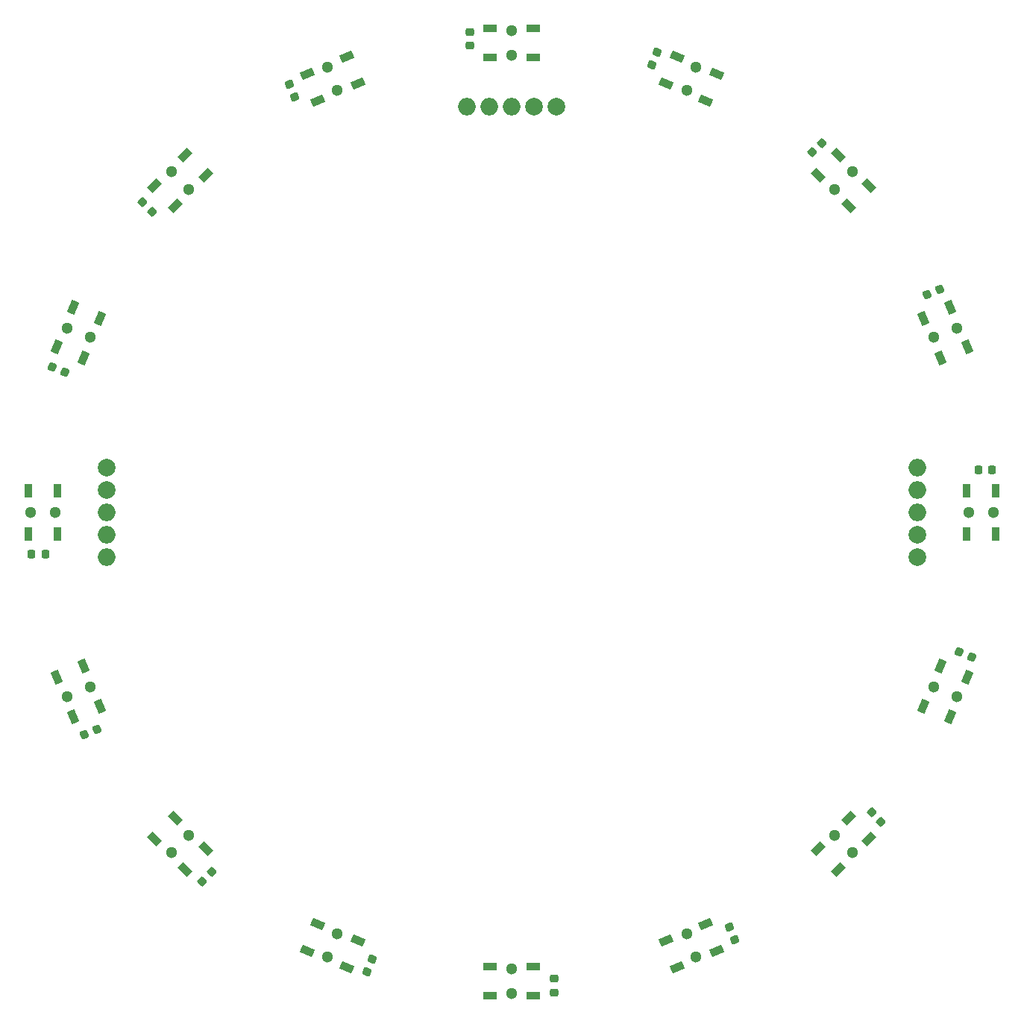
<source format=gbr>
%TF.GenerationSoftware,KiCad,Pcbnew,8.0.1*%
%TF.CreationDate,2024-11-13T22:52:29+09:00*%
%TF.ProjectId,NeoPixel-20240808,4e656f50-6978-4656-9c2d-323032343038,rev?*%
%TF.SameCoordinates,Original*%
%TF.FileFunction,Soldermask,Top*%
%TF.FilePolarity,Negative*%
%FSLAX46Y46*%
G04 Gerber Fmt 4.6, Leading zero omitted, Abs format (unit mm)*
G04 Created by KiCad (PCBNEW 8.0.1) date 2024-11-13 22:52:29*
%MOMM*%
%LPD*%
G01*
G04 APERTURE LIST*
G04 Aperture macros list*
%AMRoundRect*
0 Rectangle with rounded corners*
0 $1 Rounding radius*
0 $2 $3 $4 $5 $6 $7 $8 $9 X,Y pos of 4 corners*
0 Add a 4 corners polygon primitive as box body*
4,1,4,$2,$3,$4,$5,$6,$7,$8,$9,$2,$3,0*
0 Add four circle primitives for the rounded corners*
1,1,$1+$1,$2,$3*
1,1,$1+$1,$4,$5*
1,1,$1+$1,$6,$7*
1,1,$1+$1,$8,$9*
0 Add four rect primitives between the rounded corners*
20,1,$1+$1,$2,$3,$4,$5,0*
20,1,$1+$1,$4,$5,$6,$7,0*
20,1,$1+$1,$6,$7,$8,$9,0*
20,1,$1+$1,$8,$9,$2,$3,0*%
%AMRotRect*
0 Rectangle, with rotation*
0 The origin of the aperture is its center*
0 $1 length*
0 $2 width*
0 $3 Rotation angle, in degrees counterclockwise*
0 Add horizontal line*
21,1,$1,$2,0,0,$3*%
G04 Aperture macros list end*
%ADD10O,2.000000X2.000000*%
%ADD11C,2.000000*%
%ADD12RotRect,1.500000X0.900000X225.000000*%
%ADD13C,1.300000*%
%ADD14R,1.500000X0.900000*%
%ADD15R,0.900000X1.500000*%
%ADD16RoundRect,0.225000X-0.112202X-0.317074X0.303544X-0.144866X0.112202X0.317074X-0.303544X0.144866X0*%
%ADD17RoundRect,0.225000X-0.225000X-0.250000X0.225000X-0.250000X0.225000X0.250000X-0.225000X0.250000X0*%
%ADD18RotRect,1.500000X0.900000X67.500000*%
%ADD19RoundRect,0.225000X0.250000X-0.225000X0.250000X0.225000X-0.250000X0.225000X-0.250000X-0.225000X0*%
%ADD20RoundRect,0.225000X0.317074X-0.112202X0.144866X0.303544X-0.317074X0.112202X-0.144866X-0.303544X0*%
%ADD21RoundRect,0.225000X0.112202X0.317074X-0.303544X0.144866X-0.112202X-0.317074X0.303544X-0.144866X0*%
%ADD22RoundRect,0.225000X0.335876X0.017678X0.017678X0.335876X-0.335876X-0.017678X-0.017678X-0.335876X0*%
%ADD23RotRect,1.500000X0.900000X135.000000*%
%ADD24RoundRect,0.225000X-0.250000X0.225000X-0.250000X-0.225000X0.250000X-0.225000X0.250000X0.225000X0*%
%ADD25RotRect,1.500000X0.900000X315.000000*%
%ADD26RotRect,1.500000X0.900000X112.500000*%
%ADD27RotRect,1.500000X0.900000X247.500000*%
%ADD28RoundRect,0.225000X-0.335876X-0.017678X-0.017678X-0.335876X0.335876X0.017678X0.017678X0.335876X0*%
%ADD29RoundRect,0.225000X0.017678X-0.335876X0.335876X-0.017678X-0.017678X0.335876X-0.335876X0.017678X0*%
%ADD30RoundRect,0.225000X-0.144866X0.303544X-0.317074X-0.112202X0.144866X-0.303544X0.317074X0.112202X0*%
%ADD31RotRect,1.500000X0.900000X337.500000*%
%ADD32RoundRect,0.225000X-0.017678X0.335876X-0.335876X0.017678X0.017678X-0.335876X0.335876X-0.017678X0*%
%ADD33RotRect,1.500000X0.900000X157.500000*%
%ADD34RotRect,1.500000X0.900000X45.000000*%
%ADD35RoundRect,0.225000X-0.303544X-0.144866X0.112202X-0.317074X0.303544X0.144866X-0.112202X0.317074X0*%
%ADD36RotRect,1.500000X0.900000X22.500000*%
%ADD37RotRect,1.500000X0.900000X202.500000*%
%ADD38RotRect,1.500000X0.900000X292.500000*%
%ADD39RoundRect,0.225000X0.225000X0.250000X-0.225000X0.250000X-0.225000X-0.250000X0.225000X-0.250000X0*%
%ADD40RoundRect,0.225000X0.144866X-0.303544X0.317074X0.112202X-0.144866X0.303544X-0.317074X-0.112202X0*%
%ADD41RoundRect,0.225000X0.303544X0.144866X-0.112202X0.317074X-0.303544X-0.144866X0.112202X-0.317074X0*%
%ADD42RoundRect,0.225000X-0.317074X0.112202X-0.144866X-0.303544X0.317074X-0.112202X0.144866X0.303544X0*%
G04 APERTURE END LIST*
D10*
%TO.C,J3*%
X-46000001Y-5080000D03*
X-46000001Y-2540000D03*
X-46000001Y0D03*
D11*
X-46000001Y2540000D03*
X-46000001Y5080000D03*
%TD*%
D10*
%TO.C,J2*%
X46000001Y5080000D03*
X46000001Y2540000D03*
X46000001Y0D03*
D11*
X46000001Y-2540000D03*
X46000001Y-5080000D03*
%TD*%
D12*
%TO.C,D11*%
X40552574Y-37087751D03*
D13*
X38643385Y-38643385D03*
D12*
X38219121Y-34754298D03*
D13*
X36663487Y-36663487D03*
D12*
X34754298Y-38219121D03*
X37087751Y-40552574D03*
%TD*%
D14*
%TO.C,D1*%
X-2450000Y54900000D03*
D13*
X0Y54650000D03*
D14*
X-2450000Y51600000D03*
D13*
X0Y51850000D03*
D14*
X2450000Y51600000D03*
X2450000Y54900000D03*
%TD*%
D15*
%TO.C,D13*%
X54900000Y2450000D03*
D13*
X54650000Y0D03*
D15*
X51600000Y2450000D03*
D13*
X51850000Y0D03*
D15*
X51600000Y-2450000D03*
X54900000Y-2450000D03*
%TD*%
D16*
%TO.C,C14*%
X47124771Y24661082D03*
X48556785Y25254242D03*
%TD*%
D17*
%TO.C,C13*%
X52975000Y4750000D03*
X54525000Y4750000D03*
%TD*%
D18*
%TO.C,D4*%
X-51658561Y18745815D03*
D13*
X-50490016Y20913649D03*
D18*
X-48609758Y17482959D03*
D13*
X-47903154Y19842135D03*
D18*
X-46734609Y22009969D03*
X-49783412Y23272825D03*
%TD*%
D19*
%TO.C,C1*%
X-4750000Y52975000D03*
X-4750000Y54525000D03*
%TD*%
D20*
%TO.C,C2*%
X-24661082Y47124771D03*
X-25254242Y48556785D03*
%TD*%
D21*
%TO.C,C6*%
X-47124771Y-24661082D03*
X-48556785Y-25254242D03*
%TD*%
D22*
%TO.C,C3*%
X-40817738Y34100224D03*
X-41913754Y35196240D03*
%TD*%
D23*
%TO.C,D7*%
X-37087751Y-40552574D03*
D13*
X-38643385Y-38643385D03*
D23*
X-34754298Y-38219121D03*
D13*
X-36663487Y-36663487D03*
D23*
X-38219121Y-34754298D03*
X-40552574Y-37087751D03*
%TD*%
D24*
%TO.C,C9*%
X4750000Y-52975000D03*
X4750000Y-54525000D03*
%TD*%
D25*
%TO.C,D15*%
X37087751Y40552574D03*
D13*
X38643385Y38643385D03*
D25*
X34754298Y38219121D03*
D13*
X36663487Y36663487D03*
D25*
X38219121Y34754298D03*
X40552574Y37087751D03*
%TD*%
D26*
%TO.C,D6*%
X-49783412Y-23272825D03*
D13*
X-50490016Y-20913649D03*
D26*
X-46734609Y-22009969D03*
D13*
X-47903154Y-19842135D03*
D26*
X-48609758Y-17482959D03*
X-51658561Y-18745815D03*
%TD*%
D27*
%TO.C,D12*%
X51658561Y-18745815D03*
D13*
X50490016Y-20913649D03*
D27*
X48609758Y-17482959D03*
D13*
X47903154Y-19842135D03*
D27*
X46734609Y-22009969D03*
X49783412Y-23272825D03*
%TD*%
D28*
%TO.C,C11*%
X40817738Y-34100224D03*
X41913754Y-35196240D03*
%TD*%
D15*
%TO.C,D5*%
X-54900000Y-2450000D03*
D13*
X-54650000Y0D03*
D15*
X-51600000Y-2450000D03*
D13*
X-51850000Y0D03*
D15*
X-51600000Y2450000D03*
X-54900000Y2450000D03*
%TD*%
D29*
%TO.C,C15*%
X34100224Y40817738D03*
X35196240Y41913754D03*
%TD*%
D30*
%TO.C,C8*%
X-15884226Y-50760263D03*
X-16477386Y-52192277D03*
%TD*%
D31*
%TO.C,D16*%
X18745815Y51658561D03*
D13*
X20913649Y50490016D03*
D31*
X17482959Y48609758D03*
D13*
X19842135Y47903154D03*
D31*
X22009969Y46734609D03*
X23272825Y49783412D03*
%TD*%
D32*
%TO.C,C7*%
X-34100224Y-40817738D03*
X-35196240Y-41913754D03*
%TD*%
D33*
%TO.C,D8*%
X-18745815Y-51658561D03*
D13*
X-20913649Y-50490016D03*
D33*
X-17482959Y-48609758D03*
D13*
X-19842135Y-47903154D03*
D33*
X-22009969Y-46734609D03*
X-23272825Y-49783412D03*
%TD*%
D34*
%TO.C,D3*%
X-40552574Y37087751D03*
D13*
X-38643385Y38643385D03*
D34*
X-38219121Y34754298D03*
D13*
X-36663487Y36663487D03*
D34*
X-34754298Y38219121D03*
X-37087751Y40552574D03*
%TD*%
D35*
%TO.C,C12*%
X50760263Y-15884226D03*
X52192277Y-16477386D03*
%TD*%
D36*
%TO.C,D2*%
X-23272825Y49783412D03*
D13*
X-20913649Y50490016D03*
D36*
X-22009969Y46734609D03*
D13*
X-19842135Y47903154D03*
D36*
X-17482959Y48609758D03*
X-18745815Y51658561D03*
%TD*%
D37*
%TO.C,D10*%
X23272825Y-49783412D03*
D13*
X20913649Y-50490016D03*
D37*
X22009969Y-46734609D03*
D13*
X19842135Y-47903154D03*
D37*
X17482959Y-48609758D03*
X18745815Y-51658561D03*
%TD*%
D38*
%TO.C,D14*%
X49783412Y23272825D03*
D13*
X50490016Y20913649D03*
D38*
X46734609Y22009969D03*
D13*
X47903154Y19842135D03*
D38*
X48609758Y17482959D03*
X51658561Y18745815D03*
%TD*%
D10*
%TO.C,J1*%
X-5080000Y46000000D03*
X-2540000Y46000000D03*
X0Y46000000D03*
D11*
X2540000Y46000000D03*
X5080000Y46000000D03*
%TD*%
D14*
%TO.C,D9*%
X2450000Y-54900000D03*
D13*
X0Y-54650000D03*
D14*
X2450000Y-51600000D03*
D13*
X0Y-51850000D03*
D14*
X-2450000Y-51600000D03*
X-2450000Y-54900000D03*
%TD*%
D39*
%TO.C,C5*%
X-52975000Y-4750000D03*
X-54525000Y-4750000D03*
%TD*%
D40*
%TO.C,C16*%
X15884226Y50760263D03*
X16477386Y52192277D03*
%TD*%
D41*
%TO.C,C4*%
X-50760263Y15884226D03*
X-52192277Y16477386D03*
%TD*%
D42*
%TO.C,C10*%
X24661082Y-47124771D03*
X25254242Y-48556785D03*
%TD*%
M02*

</source>
